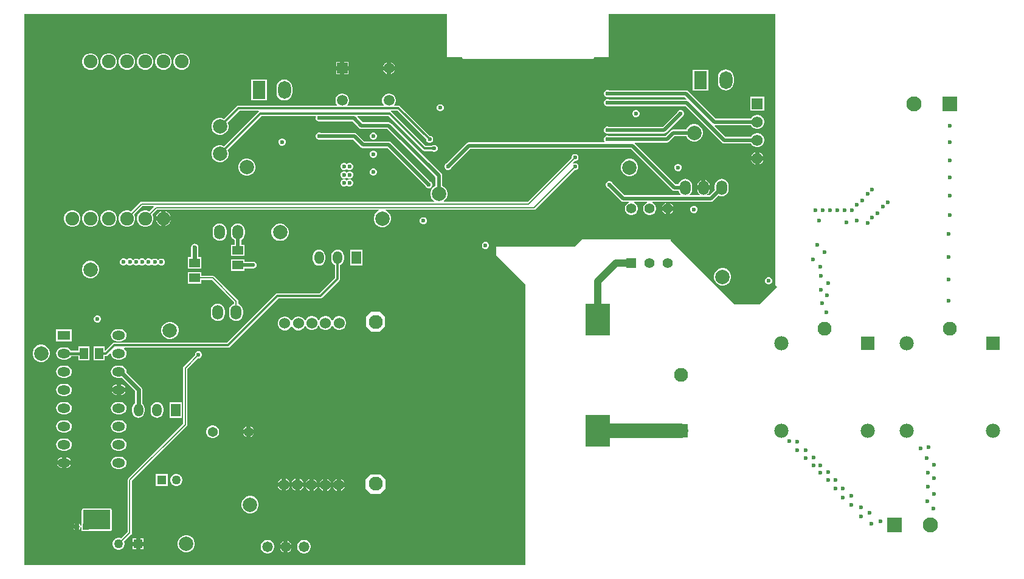
<source format=gbl>
G04*
G04 #@! TF.GenerationSoftware,Altium Limited,Altium Designer,24.5.2 (23)*
G04*
G04 Layer_Physical_Order=4*
G04 Layer_Color=16711680*
%FSLAX25Y25*%
%MOIN*%
G70*
G04*
G04 #@! TF.SameCoordinates,6455B1CA-3022-4927-84EB-C38AD889BDF6*
G04*
G04*
G04 #@! TF.FilePolarity,Positive*
G04*
G01*
G75*
%ADD13C,0.00787*%
%ADD16C,0.01181*%
%ADD21C,0.01968*%
%ADD30R,0.04528X0.05906*%
%ADD36R,0.05906X0.04528*%
%ADD46O,0.05200X0.07087*%
%ADD47R,0.05200X0.07087*%
%ADD52R,0.05900X0.05900*%
%ADD57R,0.06181X0.06181*%
%ADD58C,0.06181*%
%ADD66C,0.05800*%
%ADD67R,0.05000X0.05000*%
%ADD68C,0.05000*%
%ADD72C,0.05400*%
%ADD76C,0.07874*%
%ADD77C,0.03937*%
%ADD78C,0.02362*%
%ADD79C,0.01575*%
%ADD84R,0.15000X0.10500*%
%ADD85C,0.07480*%
%ADD86O,0.05906X0.07874*%
%ADD87C,0.08268*%
%ADD88R,0.08268X0.08268*%
%ADD89C,0.05900*%
%ADD90C,0.07874*%
%ADD91R,0.07087X0.09843*%
%ADD92O,0.07087X0.09843*%
%ADD93C,0.07677*%
%ADD94R,0.07677X0.07677*%
%ADD95R,0.07795X0.07795*%
%ADD96C,0.07618*%
%ADD97C,0.07795*%
%ADD98C,0.05512*%
%ADD99R,0.05512X0.05512*%
%ADD100O,0.07087X0.05100*%
%ADD101R,0.07087X0.05100*%
%ADD102R,0.03347X0.03347*%
%ADD103C,0.03347*%
%ADD104C,0.01968*%
%ADD105C,0.06000*%
%ADD106C,0.02362*%
%ADD140R,0.13400X0.17700*%
%ADD141O,0.05900X0.07874*%
G36*
X414500Y156500D02*
X415500Y155500D01*
X406000Y146000D01*
X392000D01*
X357000Y181000D01*
Y181500D01*
X308500D01*
X304500Y177500D01*
X261500D01*
Y173000D01*
X277500Y157000D01*
Y2780D01*
X2780D01*
X2780Y305220D01*
X234500D01*
Y281500D01*
X242647D01*
X242708Y281193D01*
X242882Y280932D01*
X243143Y280758D01*
X243450Y280697D01*
X314350D01*
X314657Y280758D01*
X314918Y280932D01*
X315092Y281193D01*
X315153Y281500D01*
X323000D01*
Y305220D01*
X414500D01*
Y156500D01*
D02*
G37*
%LPC*%
G36*
X203776Y278651D02*
Y276685D01*
X205741D01*
X205712Y276793D01*
X205271Y277557D01*
X204647Y278181D01*
X203884Y278622D01*
X203776Y278651D01*
D02*
G37*
G36*
X201406D02*
X201297Y278622D01*
X200534Y278181D01*
X199910Y277557D01*
X199469Y276793D01*
X199440Y276685D01*
X201406D01*
Y278651D01*
D02*
G37*
G36*
X180350Y278850D02*
X178185D01*
Y276685D01*
X180350D01*
Y278850D01*
D02*
G37*
G36*
X175815D02*
X173650D01*
Y276685D01*
X175815D01*
Y278850D01*
D02*
G37*
G36*
X89596Y283630D02*
X88404D01*
X87252Y283321D01*
X86220Y282725D01*
X85377Y281882D01*
X84781Y280850D01*
X84472Y279698D01*
Y278506D01*
X84781Y277355D01*
X85377Y276322D01*
X86220Y275479D01*
X87252Y274883D01*
X88404Y274575D01*
X89596D01*
X90748Y274883D01*
X91780Y275479D01*
X92623Y276322D01*
X93219Y277355D01*
X93528Y278506D01*
Y279698D01*
X93219Y280850D01*
X92623Y281882D01*
X91780Y282725D01*
X90748Y283321D01*
X89596Y283630D01*
D02*
G37*
G36*
X79596D02*
X78404D01*
X77252Y283321D01*
X76220Y282725D01*
X75377Y281882D01*
X74781Y280850D01*
X74472Y279698D01*
Y278506D01*
X74781Y277355D01*
X75377Y276322D01*
X76220Y275479D01*
X77252Y274883D01*
X78404Y274575D01*
X79596D01*
X80748Y274883D01*
X81780Y275479D01*
X82623Y276322D01*
X83219Y277355D01*
X83527Y278506D01*
Y279698D01*
X83219Y280850D01*
X82623Y281882D01*
X81780Y282725D01*
X80748Y283321D01*
X79596Y283630D01*
D02*
G37*
G36*
X69596D02*
X68404D01*
X67252Y283321D01*
X66220Y282725D01*
X65377Y281882D01*
X64781Y280850D01*
X64472Y279698D01*
Y278506D01*
X64781Y277355D01*
X65377Y276322D01*
X66220Y275479D01*
X67252Y274883D01*
X68404Y274575D01*
X69596D01*
X70748Y274883D01*
X71780Y275479D01*
X72623Y276322D01*
X73219Y277355D01*
X73527Y278506D01*
Y279698D01*
X73219Y280850D01*
X72623Y281882D01*
X71780Y282725D01*
X70748Y283321D01*
X69596Y283630D01*
D02*
G37*
G36*
X59596D02*
X58404D01*
X57252Y283321D01*
X56220Y282725D01*
X55377Y281882D01*
X54781Y280850D01*
X54472Y279698D01*
Y278506D01*
X54781Y277355D01*
X55377Y276322D01*
X56220Y275479D01*
X57252Y274883D01*
X58404Y274575D01*
X59596D01*
X60748Y274883D01*
X61780Y275479D01*
X62623Y276322D01*
X63219Y277355D01*
X63528Y278506D01*
Y279698D01*
X63219Y280850D01*
X62623Y281882D01*
X61780Y282725D01*
X60748Y283321D01*
X59596Y283630D01*
D02*
G37*
G36*
X49596D02*
X48404D01*
X47252Y283321D01*
X46220Y282725D01*
X45377Y281882D01*
X44781Y280850D01*
X44472Y279698D01*
Y278506D01*
X44781Y277355D01*
X45377Y276322D01*
X46220Y275479D01*
X47252Y274883D01*
X48404Y274575D01*
X49596D01*
X50748Y274883D01*
X51780Y275479D01*
X52623Y276322D01*
X53219Y277355D01*
X53527Y278506D01*
Y279698D01*
X53219Y280850D01*
X52623Y281882D01*
X51780Y282725D01*
X50748Y283321D01*
X49596Y283630D01*
D02*
G37*
G36*
X39596D02*
X38404D01*
X37252Y283321D01*
X36220Y282725D01*
X35377Y281882D01*
X34781Y280850D01*
X34472Y279698D01*
Y278506D01*
X34781Y277355D01*
X35377Y276322D01*
X36220Y275479D01*
X37252Y274883D01*
X38404Y274575D01*
X39596D01*
X40748Y274883D01*
X41780Y275479D01*
X42623Y276322D01*
X43219Y277355D01*
X43527Y278506D01*
Y279698D01*
X43219Y280850D01*
X42623Y281882D01*
X41780Y282725D01*
X40748Y283321D01*
X39596Y283630D01*
D02*
G37*
G36*
X205741Y274315D02*
X203776D01*
Y272349D01*
X203884Y272378D01*
X204647Y272819D01*
X205271Y273443D01*
X205712Y274207D01*
X205741Y274315D01*
D02*
G37*
G36*
X201406D02*
X199440D01*
X199469Y274207D01*
X199910Y273443D01*
X200534Y272819D01*
X201297Y272378D01*
X201406Y272349D01*
Y274315D01*
D02*
G37*
G36*
X180350D02*
X178185D01*
Y272150D01*
X180350D01*
Y274315D01*
D02*
G37*
G36*
X175815D02*
X173650D01*
Y272150D01*
X175815D01*
Y274315D01*
D02*
G37*
G36*
X377831Y274709D02*
X369169D01*
Y263291D01*
X377831D01*
Y274709D01*
D02*
G37*
G36*
X387280Y274746D02*
X386149Y274597D01*
X385096Y274161D01*
X384191Y273467D01*
X383497Y272562D01*
X383060Y271509D01*
X382911Y270378D01*
Y267622D01*
X383060Y266492D01*
X383497Y265438D01*
X384191Y264533D01*
X385096Y263839D01*
X386149Y263403D01*
X387280Y263254D01*
X388410Y263403D01*
X389463Y263839D01*
X390368Y264533D01*
X391062Y265438D01*
X391499Y266492D01*
X391648Y267622D01*
Y270378D01*
X391499Y271509D01*
X391062Y272562D01*
X390368Y273467D01*
X389463Y274161D01*
X388410Y274597D01*
X387280Y274746D01*
D02*
G37*
G36*
X322892Y263469D02*
X322108D01*
X321385Y263169D01*
X320831Y262615D01*
X320532Y261892D01*
Y261108D01*
X320831Y260385D01*
X321385Y259831D01*
X322108Y259531D01*
X322892D01*
X323283Y259694D01*
X364752D01*
X365739Y258706D01*
X365573Y258306D01*
X323283D01*
X322892Y258469D01*
X322108D01*
X321385Y258169D01*
X320831Y257615D01*
X320532Y256892D01*
Y256108D01*
X320831Y255385D01*
X321385Y254831D01*
X322108Y254532D01*
X322892D01*
X323283Y254694D01*
X365114D01*
X385085Y234723D01*
X385671Y234331D01*
X386362Y234194D01*
X401065D01*
X401397Y233619D01*
X402119Y232897D01*
X403003Y232386D01*
X403989Y232122D01*
X405011D01*
X405997Y232386D01*
X406881Y232897D01*
X407603Y233619D01*
X408114Y234503D01*
X408378Y235490D01*
Y236510D01*
X408114Y237497D01*
X407603Y238381D01*
X406881Y239103D01*
X405997Y239614D01*
X405011Y239878D01*
X403989D01*
X403003Y239614D01*
X402119Y239103D01*
X401397Y238381D01*
X401065Y237806D01*
X387110D01*
X381123Y243794D01*
X381289Y244194D01*
X401065D01*
X401397Y243619D01*
X402119Y242897D01*
X403003Y242386D01*
X403989Y242122D01*
X405011D01*
X405997Y242386D01*
X406881Y242897D01*
X407603Y243619D01*
X408114Y244503D01*
X408378Y245490D01*
Y246511D01*
X408114Y247497D01*
X407603Y248381D01*
X406881Y249103D01*
X405997Y249614D01*
X405011Y249878D01*
X403989D01*
X403003Y249614D01*
X402119Y249103D01*
X401397Y248381D01*
X401065Y247806D01*
X381748D01*
X366777Y262777D01*
X366191Y263169D01*
X365500Y263306D01*
X323283D01*
X322892Y263469D01*
D02*
G37*
G36*
X135831Y269209D02*
X127169D01*
Y257791D01*
X135831D01*
Y269209D01*
D02*
G37*
G36*
X145280Y269246D02*
X144149Y269097D01*
X143096Y268661D01*
X142191Y267967D01*
X141497Y267062D01*
X141060Y266008D01*
X140911Y264878D01*
Y262122D01*
X141060Y260992D01*
X141497Y259938D01*
X142191Y259033D01*
X143096Y258339D01*
X144149Y257903D01*
X145280Y257754D01*
X146410Y257903D01*
X147464Y258339D01*
X148368Y259033D01*
X149062Y259938D01*
X149499Y260992D01*
X149648Y262122D01*
Y264878D01*
X149499Y266008D01*
X149062Y267062D01*
X148368Y267967D01*
X147464Y268661D01*
X146410Y269097D01*
X145280Y269246D01*
D02*
G37*
G36*
X203083Y261521D02*
X202098D01*
X201148Y261266D01*
X200296Y260774D01*
X199600Y260078D01*
X199108Y259226D01*
X198853Y258276D01*
Y257291D01*
X199108Y256341D01*
X199600Y255489D01*
X199814Y255275D01*
X199661Y254905D01*
X179930D01*
X179777Y255275D01*
X179991Y255489D01*
X180483Y256341D01*
X180737Y257291D01*
Y258276D01*
X180483Y259226D01*
X179991Y260078D01*
X179295Y260774D01*
X178443Y261266D01*
X177492Y261521D01*
X176508D01*
X175557Y261266D01*
X174705Y260774D01*
X174009Y260078D01*
X173517Y259226D01*
X173263Y258276D01*
Y257291D01*
X173517Y256341D01*
X174009Y255489D01*
X174223Y255275D01*
X174070Y254905D01*
X120000D01*
X119462Y254798D01*
X119007Y254493D01*
X112199Y247686D01*
X111824Y247902D01*
X110622Y248224D01*
X109378D01*
X108176Y247902D01*
X107099Y247281D01*
X106219Y246401D01*
X105597Y245324D01*
X105276Y244122D01*
Y242878D01*
X105597Y241676D01*
X106219Y240599D01*
X107099Y239720D01*
X108176Y239098D01*
X109378Y238776D01*
X110622D01*
X111824Y239098D01*
X112901Y239720D01*
X113780Y240599D01*
X114402Y241676D01*
X114724Y242878D01*
Y244122D01*
X114402Y245324D01*
X114186Y245699D01*
X120582Y252095D01*
X131156D01*
X131277Y251695D01*
X131069Y251556D01*
X112199Y232686D01*
X111824Y232902D01*
X110622Y233224D01*
X109378D01*
X108176Y232902D01*
X107099Y232280D01*
X106219Y231401D01*
X105597Y230324D01*
X105276Y229122D01*
Y227878D01*
X105597Y226676D01*
X106219Y225599D01*
X107099Y224720D01*
X108176Y224098D01*
X109378Y223776D01*
X110622D01*
X111824Y224098D01*
X112901Y224720D01*
X113780Y225599D01*
X114402Y226676D01*
X114724Y227878D01*
Y229122D01*
X114402Y230324D01*
X114186Y230699D01*
X132644Y249157D01*
X162421D01*
X162643Y248825D01*
X162531Y248556D01*
Y247772D01*
X162831Y247049D01*
X163385Y246495D01*
X164108Y246196D01*
X164892D01*
X165283Y246358D01*
X182588D01*
X186223Y242723D01*
X186809Y242331D01*
X187500Y242194D01*
X201704D01*
X228194Y215704D01*
Y210907D01*
X228176Y210902D01*
X227099Y210280D01*
X226220Y209401D01*
X225598Y208324D01*
X225276Y207122D01*
Y205878D01*
X225598Y204676D01*
X226220Y203599D01*
X227099Y202719D01*
X227322Y202591D01*
X227219Y202204D01*
X67000D01*
X67000Y202204D01*
X66539Y202113D01*
X66149Y201852D01*
X61235Y196938D01*
X60748Y197219D01*
X59596Y197528D01*
X58404D01*
X57252Y197219D01*
X56220Y196623D01*
X55377Y195780D01*
X54781Y194748D01*
X54472Y193596D01*
Y192404D01*
X54781Y191252D01*
X55377Y190220D01*
X56220Y189377D01*
X57252Y188781D01*
X58404Y188472D01*
X59596D01*
X60748Y188781D01*
X61780Y189377D01*
X62623Y190220D01*
X63219Y191252D01*
X63528Y192404D01*
Y193596D01*
X63219Y194748D01*
X62938Y195235D01*
X67499Y199796D01*
X73570D01*
X73723Y199426D01*
X71235Y196938D01*
X70748Y197219D01*
X69596Y197528D01*
X68404D01*
X67252Y197219D01*
X66220Y196623D01*
X65377Y195780D01*
X64781Y194748D01*
X64472Y193596D01*
Y192404D01*
X64781Y191252D01*
X65377Y190220D01*
X66220Y189377D01*
X67252Y188781D01*
X68404Y188472D01*
X69596D01*
X70748Y188781D01*
X71780Y189377D01*
X72623Y190220D01*
X73219Y191252D01*
X73527Y192404D01*
Y193596D01*
X73219Y194748D01*
X72938Y195235D01*
X75499Y197796D01*
X197099D01*
X197176Y197402D01*
X196099Y196781D01*
X195220Y195901D01*
X194597Y194824D01*
X194276Y193622D01*
Y192378D01*
X194597Y191176D01*
X195220Y190099D01*
X196099Y189219D01*
X197176Y188598D01*
X198378Y188276D01*
X199622D01*
X200824Y188598D01*
X201901Y189219D01*
X202781Y190099D01*
X203402Y191176D01*
X203724Y192378D01*
Y193622D01*
X203402Y194824D01*
X202781Y195901D01*
X201901Y196781D01*
X200824Y197402D01*
X200901Y197796D01*
X282180D01*
X282180Y197796D01*
X282641Y197887D01*
X283032Y198149D01*
X304325Y219442D01*
X304982D01*
X305705Y219741D01*
X306259Y220295D01*
X306558Y221018D01*
Y221802D01*
X306259Y222525D01*
X305705Y223079D01*
X304982Y223378D01*
X304198D01*
X303565Y223116D01*
X303338Y223455D01*
X304325Y224442D01*
X304982D01*
X305705Y224741D01*
X306259Y225295D01*
X306558Y226018D01*
Y226802D01*
X306259Y227525D01*
X305705Y228079D01*
X304982Y228379D01*
X304198D01*
X303475Y228079D01*
X302921Y227525D01*
X302622Y226802D01*
Y226145D01*
X278681Y202204D01*
X232781D01*
X232678Y202591D01*
X232901Y202719D01*
X233781Y203599D01*
X234402Y204676D01*
X234724Y205878D01*
Y207122D01*
X234402Y208324D01*
X233781Y209401D01*
X232901Y210280D01*
X231823Y210902D01*
X231806Y210907D01*
Y216452D01*
X231669Y217144D01*
X231277Y217730D01*
X203873Y245134D01*
X203777Y245277D01*
X203191Y245669D01*
X202500Y245806D01*
X188248D01*
X185267Y248788D01*
X185420Y249157D01*
X202356D01*
X221096Y230417D01*
X221552Y230112D01*
X222090Y230005D01*
X226031D01*
X226295Y229741D01*
X227018Y229441D01*
X227801D01*
X228525Y229741D01*
X229079Y230295D01*
X229379Y231018D01*
Y231802D01*
X229079Y232525D01*
X228525Y233079D01*
X227801Y233379D01*
X227018D01*
X226295Y233079D01*
X226031Y232815D01*
X222672D01*
X203931Y251556D01*
X203723Y251695D01*
X203844Y252095D01*
X207238D01*
X222941Y236392D01*
Y236018D01*
X223241Y235295D01*
X223795Y234741D01*
X224518Y234441D01*
X225302D01*
X226025Y234741D01*
X226579Y235295D01*
X226878Y236018D01*
Y236802D01*
X226579Y237525D01*
X226025Y238079D01*
X225302Y238379D01*
X224928D01*
X208813Y254493D01*
X208358Y254798D01*
X207820Y254905D01*
X205520D01*
X205367Y255275D01*
X205581Y255489D01*
X206073Y256341D01*
X206328Y257291D01*
Y258276D01*
X206073Y259226D01*
X205581Y260078D01*
X204885Y260774D01*
X204033Y261266D01*
X203083Y261521D01*
D02*
G37*
G36*
X408378Y259878D02*
X400622D01*
Y252122D01*
X408378D01*
Y259878D01*
D02*
G37*
G36*
X231132Y255709D02*
X230349D01*
X229625Y255409D01*
X229071Y254855D01*
X228772Y254132D01*
Y253349D01*
X229071Y252625D01*
X229625Y252071D01*
X230349Y251772D01*
X231132D01*
X231855Y252071D01*
X232409Y252625D01*
X232709Y253349D01*
Y254132D01*
X232409Y254855D01*
X231855Y255409D01*
X231132Y255709D01*
D02*
G37*
G36*
X338391Y252468D02*
X337608D01*
X336885Y252168D01*
X336331Y251615D01*
X336031Y250891D01*
Y250108D01*
X336331Y249385D01*
X336885Y248831D01*
X337608Y248531D01*
X338391D01*
X339115Y248831D01*
X339668Y249385D01*
X339968Y250108D01*
Y250891D01*
X339668Y251615D01*
X339115Y252168D01*
X338391Y252468D01*
D02*
G37*
G36*
X362891D02*
X362108D01*
X361385Y252168D01*
X360831Y251615D01*
X360669Y251223D01*
X352684Y243239D01*
X323216D01*
X322824Y243401D01*
X322041D01*
X321317Y243101D01*
X320764Y242548D01*
X320464Y241824D01*
Y241041D01*
X320764Y240317D01*
X321317Y239764D01*
X322041Y239464D01*
X322824D01*
X323216Y239626D01*
X353432D01*
X354124Y239764D01*
X354710Y240155D01*
X363223Y248669D01*
X363615Y248831D01*
X364169Y249385D01*
X364468Y250108D01*
Y250891D01*
X364169Y251615D01*
X363615Y252168D01*
X362891Y252468D01*
D02*
G37*
G36*
X370622Y244725D02*
X369378D01*
X368177Y244403D01*
X367099Y243781D01*
X366220Y242901D01*
X365598Y241824D01*
X365593Y241807D01*
X358500D01*
X357809Y241669D01*
X357223Y241278D01*
X354184Y238239D01*
X323216D01*
X322824Y238401D01*
X322041D01*
X321317Y238101D01*
X320764Y237548D01*
X320464Y236824D01*
Y236041D01*
X320764Y235317D01*
X320905Y235176D01*
X320752Y234806D01*
X246500D01*
X245809Y234669D01*
X245223Y234277D01*
X234276Y223331D01*
X233885Y223169D01*
X233331Y222615D01*
X233032Y221892D01*
Y221108D01*
X233331Y220385D01*
X233885Y219831D01*
X234608Y219531D01*
X235392D01*
X236115Y219831D01*
X236669Y220385D01*
X236831Y220776D01*
X247248Y231194D01*
X335252D01*
X357723Y208723D01*
X358309Y208331D01*
X359000Y208194D01*
X361338D01*
X361359Y208037D01*
X361735Y207128D01*
X362334Y206347D01*
X362546Y206185D01*
X362417Y205806D01*
X331748D01*
X325331Y212224D01*
X325169Y212615D01*
X324615Y213169D01*
X323892Y213469D01*
X323108D01*
X322385Y213169D01*
X321831Y212615D01*
X321532Y211892D01*
Y211108D01*
X321831Y210385D01*
X322385Y209831D01*
X322776Y209669D01*
X329723Y202723D01*
X330309Y202331D01*
X331000Y202194D01*
X334049D01*
X334132Y201802D01*
X333324Y201335D01*
X332665Y200676D01*
X332198Y199868D01*
X331957Y198967D01*
Y198033D01*
X332198Y197132D01*
X332665Y196324D01*
X333324Y195665D01*
X334132Y195198D01*
X335033Y194957D01*
X335966D01*
X336868Y195198D01*
X337676Y195665D01*
X338335Y196324D01*
X338802Y197132D01*
X339043Y198033D01*
Y198967D01*
X338802Y199868D01*
X338335Y200676D01*
X337676Y201335D01*
X336868Y201802D01*
X336951Y202194D01*
X344049D01*
X344132Y201802D01*
X343324Y201335D01*
X342665Y200676D01*
X342198Y199868D01*
X341957Y198967D01*
Y198033D01*
X342198Y197132D01*
X342665Y196324D01*
X343324Y195665D01*
X344132Y195198D01*
X345034Y194957D01*
X345967D01*
X346868Y195198D01*
X347676Y195665D01*
X348335Y196324D01*
X348802Y197132D01*
X349043Y198033D01*
Y198967D01*
X348802Y199868D01*
X348335Y200676D01*
X347676Y201335D01*
X346868Y201802D01*
X346951Y202194D01*
X379000D01*
X379691Y202331D01*
X380277Y202723D01*
X383248Y205693D01*
X384024Y205372D01*
X385000Y205243D01*
X385976Y205372D01*
X386885Y205748D01*
X387666Y206347D01*
X388265Y207128D01*
X388641Y208037D01*
X388770Y209013D01*
Y210987D01*
X388641Y211963D01*
X388265Y212872D01*
X387666Y213653D01*
X386885Y214252D01*
X385976Y214628D01*
X385000Y214757D01*
X384024Y214628D01*
X383115Y214252D01*
X382334Y213653D01*
X381735Y212872D01*
X381359Y211963D01*
X381230Y210987D01*
Y209013D01*
X381257Y208811D01*
X378252Y205806D01*
X376981D01*
X376845Y206206D01*
X377389Y206624D01*
X377926Y207324D01*
X378264Y208138D01*
X378353Y208815D01*
X375000D01*
X371647D01*
X371736Y208138D01*
X372074Y207324D01*
X372611Y206624D01*
X373155Y206206D01*
X373019Y205806D01*
X367583D01*
X367454Y206185D01*
X367666Y206347D01*
X368265Y207128D01*
X368641Y208037D01*
X368770Y209013D01*
Y210987D01*
X368641Y211963D01*
X368265Y212872D01*
X367666Y213653D01*
X366885Y214252D01*
X365976Y214628D01*
X365000Y214757D01*
X364024Y214628D01*
X363115Y214252D01*
X362334Y213653D01*
X361735Y212872D01*
X361359Y211963D01*
X361338Y211806D01*
X359748D01*
X337328Y234226D01*
X337401Y234626D01*
X354932D01*
X355624Y234764D01*
X356210Y235155D01*
X359248Y238194D01*
X365593D01*
X365598Y238177D01*
X366220Y237100D01*
X367099Y236220D01*
X368177Y235598D01*
X369378Y235276D01*
X370622D01*
X371824Y235598D01*
X372901Y236220D01*
X373781Y237100D01*
X374403Y238177D01*
X374725Y239378D01*
Y240622D01*
X374403Y241824D01*
X373781Y242901D01*
X372901Y243781D01*
X371824Y244403D01*
X370622Y244725D01*
D02*
G37*
G36*
X194514Y240133D02*
X193731D01*
X193008Y239833D01*
X192454Y239280D01*
X192154Y238556D01*
Y237773D01*
X192454Y237050D01*
X193008Y236496D01*
X193731Y236196D01*
X194514D01*
X195238Y236496D01*
X195791Y237050D01*
X196091Y237773D01*
Y238556D01*
X195791Y239280D01*
X195238Y239833D01*
X194514Y240133D01*
D02*
G37*
G36*
X144392Y236968D02*
X143608D01*
X142885Y236669D01*
X142331Y236115D01*
X142032Y235392D01*
Y234608D01*
X142331Y233885D01*
X142885Y233331D01*
X143608Y233032D01*
X144392D01*
X145115Y233331D01*
X145669Y233885D01*
X145968Y234608D01*
Y235392D01*
X145669Y236115D01*
X145115Y236669D01*
X144392Y236968D01*
D02*
G37*
G36*
X405685Y229296D02*
Y227185D01*
X407796D01*
X407753Y227347D01*
X407293Y228143D01*
X406643Y228793D01*
X405847Y229253D01*
X405685Y229296D01*
D02*
G37*
G36*
X403315D02*
X403153Y229253D01*
X402357Y228793D01*
X401707Y228143D01*
X401247Y227347D01*
X401204Y227185D01*
X403315D01*
Y229296D01*
D02*
G37*
G36*
X194514Y230319D02*
X193731D01*
X193008Y230019D01*
X192454Y229465D01*
X192154Y228742D01*
Y227959D01*
X192454Y227235D01*
X193008Y226681D01*
X193731Y226382D01*
X194514D01*
X195238Y226681D01*
X195791Y227235D01*
X196091Y227959D01*
Y228742D01*
X195791Y229465D01*
X195238Y230019D01*
X194514Y230319D01*
D02*
G37*
G36*
X181392Y223468D02*
X180608D01*
X179885Y223169D01*
X179500Y222784D01*
X179115Y223169D01*
X178392Y223468D01*
X177608D01*
X176885Y223169D01*
X176331Y222615D01*
X176031Y221892D01*
Y221108D01*
X176331Y220385D01*
X176885Y219831D01*
X177608Y219531D01*
X178392D01*
X179115Y219831D01*
X179500Y220216D01*
X179885Y219831D01*
X180608Y219531D01*
X181392D01*
X182115Y219831D01*
X182669Y220385D01*
X182968Y221108D01*
Y221892D01*
X182669Y222615D01*
X182115Y223169D01*
X181392Y223468D01*
D02*
G37*
G36*
X407796Y224815D02*
X405685D01*
Y222704D01*
X405847Y222747D01*
X406643Y223207D01*
X407293Y223857D01*
X407753Y224653D01*
X407796Y224815D01*
D02*
G37*
G36*
X403315D02*
X401204D01*
X401247Y224653D01*
X401707Y223857D01*
X402357Y223207D01*
X403153Y222747D01*
X403315Y222704D01*
Y224815D01*
D02*
G37*
G36*
X361526Y222969D02*
X360743D01*
X360019Y222669D01*
X359466Y222115D01*
X359166Y221392D01*
Y220608D01*
X359466Y219885D01*
X360019Y219331D01*
X360743Y219032D01*
X361526D01*
X362250Y219331D01*
X362803Y219885D01*
X363103Y220608D01*
Y221392D01*
X362803Y222115D01*
X362250Y222669D01*
X361526Y222969D01*
D02*
G37*
G36*
X181392Y218969D02*
X180608D01*
X179885Y218669D01*
X179500Y218284D01*
X179115Y218669D01*
X178392Y218969D01*
X177608D01*
X176885Y218669D01*
X176331Y218115D01*
X176031Y217392D01*
Y216608D01*
X176331Y215885D01*
X176885Y215331D01*
X177608Y215032D01*
X178392D01*
X179115Y215331D01*
X179500Y215716D01*
X179885Y215331D01*
X180608Y215032D01*
X181392D01*
X182115Y215331D01*
X182669Y215885D01*
X182968Y216608D01*
Y217392D01*
X182669Y218115D01*
X182115Y218669D01*
X181392Y218969D01*
D02*
G37*
G36*
X194496Y220452D02*
X193713D01*
X192990Y220153D01*
X192436Y219599D01*
X192136Y218875D01*
Y218092D01*
X192436Y217369D01*
X192990Y216815D01*
X193713Y216515D01*
X194496D01*
X195220Y216815D01*
X195774Y217369D01*
X196073Y218092D01*
Y218875D01*
X195774Y219599D01*
X195220Y220153D01*
X194496Y220452D01*
D02*
G37*
G36*
X125315Y225917D02*
X124071D01*
X122869Y225595D01*
X121792Y224973D01*
X120912Y224094D01*
X120290Y223016D01*
X119968Y221815D01*
Y220571D01*
X120290Y219369D01*
X120912Y218292D01*
X121792Y217412D01*
X122869Y216790D01*
X124071Y216469D01*
X125315D01*
X126516Y216790D01*
X127594Y217412D01*
X128473Y218292D01*
X129095Y219369D01*
X129417Y220571D01*
Y221815D01*
X129095Y223016D01*
X128473Y224094D01*
X127594Y224973D01*
X126516Y225595D01*
X125315Y225917D01*
D02*
G37*
G36*
X335122Y225724D02*
X333878D01*
X332676Y225402D01*
X331599Y224781D01*
X330719Y223901D01*
X330098Y222824D01*
X329776Y221622D01*
Y220378D01*
X330098Y219176D01*
X330719Y218099D01*
X331599Y217219D01*
X332676Y216598D01*
X333878Y216276D01*
X335122D01*
X336323Y216598D01*
X337401Y217219D01*
X338281Y218099D01*
X338902Y219176D01*
X339224Y220378D01*
Y221622D01*
X338902Y222824D01*
X338281Y223901D01*
X337401Y224781D01*
X336323Y225402D01*
X335122Y225724D01*
D02*
G37*
G36*
X181392Y214469D02*
X180608D01*
X179885Y214169D01*
X179500Y213784D01*
X179115Y214169D01*
X178392Y214469D01*
X177608D01*
X176885Y214169D01*
X176331Y213615D01*
X176031Y212892D01*
Y212108D01*
X176331Y211385D01*
X176885Y210831D01*
X177608Y210531D01*
X178392D01*
X179115Y210831D01*
X179500Y211216D01*
X179885Y210831D01*
X180608Y210531D01*
X181392D01*
X182115Y210831D01*
X182669Y211385D01*
X182968Y212108D01*
Y212892D01*
X182669Y213615D01*
X182115Y214169D01*
X181392Y214469D01*
D02*
G37*
G36*
X376185Y214122D02*
Y211185D01*
X378353D01*
X378264Y211861D01*
X377926Y212677D01*
X377389Y213376D01*
X376689Y213913D01*
X376185Y214122D01*
D02*
G37*
G36*
X373815D02*
X373310Y213913D01*
X372611Y213376D01*
X372074Y212677D01*
X371736Y211861D01*
X371647Y211185D01*
X373815D01*
Y214122D01*
D02*
G37*
G36*
X164892Y240139D02*
X164108D01*
X163385Y239839D01*
X162831Y239285D01*
X162531Y238562D01*
Y237779D01*
X162831Y237055D01*
X163385Y236501D01*
X164108Y236202D01*
X164892D01*
X165283Y236364D01*
X179327D01*
X179355Y236358D01*
X182847D01*
X186982Y232223D01*
X187568Y231831D01*
X188260Y231694D01*
X201752D01*
X222669Y210776D01*
X222831Y210385D01*
X223385Y209831D01*
X224108Y209531D01*
X224892D01*
X225615Y209831D01*
X226169Y210385D01*
X226468Y211108D01*
Y211892D01*
X226169Y212615D01*
X225615Y213169D01*
X225224Y213331D01*
X203777Y234777D01*
X203191Y235169D01*
X202500Y235306D01*
X189008D01*
X184872Y239442D01*
X184286Y239833D01*
X183595Y239971D01*
X179377D01*
X179349Y239977D01*
X165283D01*
X164892Y240139D01*
D02*
G37*
G36*
X356685Y201450D02*
Y199685D01*
X358450D01*
X358441Y199718D01*
X358025Y200438D01*
X357438Y201025D01*
X356718Y201441D01*
X356685Y201450D01*
D02*
G37*
G36*
X354315D02*
X354282Y201441D01*
X353562Y201025D01*
X352975Y200438D01*
X352559Y199718D01*
X352550Y199685D01*
X354315D01*
Y201450D01*
D02*
G37*
G36*
X370257Y199969D02*
X369474D01*
X368751Y199669D01*
X368197Y199115D01*
X367897Y198392D01*
Y197609D01*
X368197Y196885D01*
X368751Y196332D01*
X369474Y196032D01*
X370257D01*
X370981Y196332D01*
X371535Y196885D01*
X371834Y197609D01*
Y198392D01*
X371535Y199115D01*
X370981Y199669D01*
X370257Y199969D01*
D02*
G37*
G36*
X358450Y197315D02*
X356685D01*
Y195550D01*
X356718Y195559D01*
X357438Y195975D01*
X358025Y196562D01*
X358441Y197282D01*
X358450Y197315D01*
D02*
G37*
G36*
X354315D02*
X352550D01*
X352559Y197282D01*
X352975Y196562D01*
X353562Y195975D01*
X354282Y195559D01*
X354315Y195550D01*
Y197315D01*
D02*
G37*
G36*
X80185Y196969D02*
Y194185D01*
X82969D01*
X82858Y194598D01*
X82313Y195542D01*
X81542Y196313D01*
X80598Y196858D01*
X80185Y196969D01*
D02*
G37*
G36*
X77815D02*
X77402Y196858D01*
X76458Y196313D01*
X75687Y195542D01*
X75142Y194598D01*
X75031Y194185D01*
X77815D01*
Y196969D01*
D02*
G37*
G36*
X221864Y193709D02*
X221081D01*
X220357Y193409D01*
X219803Y192855D01*
X219504Y192132D01*
Y191348D01*
X219803Y190625D01*
X220357Y190071D01*
X221081Y189771D01*
X221864D01*
X222587Y190071D01*
X223141Y190625D01*
X223441Y191348D01*
Y192132D01*
X223141Y192855D01*
X222587Y193409D01*
X221864Y193709D01*
D02*
G37*
G36*
X82969Y191815D02*
X80185D01*
Y189031D01*
X80598Y189142D01*
X81542Y189687D01*
X82313Y190458D01*
X82858Y191402D01*
X82969Y191815D01*
D02*
G37*
G36*
X77815D02*
X75031D01*
X75142Y191402D01*
X75687Y190458D01*
X76458Y189687D01*
X77402Y189142D01*
X77815Y189031D01*
Y191815D01*
D02*
G37*
G36*
X49596Y197528D02*
X48404D01*
X47252Y197219D01*
X46220Y196623D01*
X45377Y195780D01*
X44781Y194748D01*
X44472Y193596D01*
Y192404D01*
X44781Y191252D01*
X45377Y190220D01*
X46220Y189377D01*
X47252Y188781D01*
X48404Y188472D01*
X49596D01*
X50748Y188781D01*
X51780Y189377D01*
X52623Y190220D01*
X53219Y191252D01*
X53527Y192404D01*
Y193596D01*
X53219Y194748D01*
X52623Y195780D01*
X51780Y196623D01*
X50748Y197219D01*
X49596Y197528D01*
D02*
G37*
G36*
X39596D02*
X38404D01*
X37252Y197219D01*
X36220Y196623D01*
X35377Y195780D01*
X34781Y194748D01*
X34472Y193596D01*
Y192404D01*
X34781Y191252D01*
X35377Y190220D01*
X36220Y189377D01*
X37252Y188781D01*
X38404Y188472D01*
X39596D01*
X40748Y188781D01*
X41780Y189377D01*
X42623Y190220D01*
X43219Y191252D01*
X43527Y192404D01*
Y193596D01*
X43219Y194748D01*
X42623Y195780D01*
X41780Y196623D01*
X40748Y197219D01*
X39596Y197528D01*
D02*
G37*
G36*
X29596D02*
X28404D01*
X27252Y197219D01*
X26220Y196623D01*
X25377Y195780D01*
X24781Y194748D01*
X24472Y193596D01*
Y192404D01*
X24781Y191252D01*
X25377Y190220D01*
X26220Y189377D01*
X27252Y188781D01*
X28404Y188472D01*
X29596D01*
X30748Y188781D01*
X31780Y189377D01*
X32623Y190220D01*
X33219Y191252D01*
X33527Y192404D01*
Y193596D01*
X33219Y194748D01*
X32623Y195780D01*
X31780Y196623D01*
X30748Y197219D01*
X29596Y197528D01*
D02*
G37*
G36*
X109815Y190335D02*
X108839Y190207D01*
X107929Y189830D01*
X107147Y189231D01*
X106548Y188449D01*
X106171Y187539D01*
X106043Y186563D01*
Y184595D01*
X106171Y183618D01*
X106548Y182708D01*
X107147Y181927D01*
X107929Y181327D01*
X108839Y180951D01*
X109815Y180822D01*
X110791Y180951D01*
X111701Y181327D01*
X112482Y181927D01*
X113082Y182708D01*
X113459Y183618D01*
X113587Y184595D01*
Y186563D01*
X113459Y187539D01*
X113082Y188449D01*
X112482Y189231D01*
X111701Y189830D01*
X110791Y190207D01*
X109815Y190335D01*
D02*
G37*
G36*
X143575Y190170D02*
X142331D01*
X141129Y189848D01*
X140052Y189226D01*
X139172Y188346D01*
X138550Y187269D01*
X138228Y186067D01*
Y184823D01*
X138550Y183622D01*
X139172Y182545D01*
X140052Y181665D01*
X141129Y181043D01*
X142331Y180721D01*
X143575D01*
X144776Y181043D01*
X145853Y181665D01*
X146733Y182545D01*
X147355Y183622D01*
X147677Y184823D01*
Y186067D01*
X147355Y187269D01*
X146733Y188346D01*
X145853Y189226D01*
X144776Y189848D01*
X143575Y190170D01*
D02*
G37*
G36*
X255955Y180209D02*
X255171D01*
X254448Y179909D01*
X253894Y179355D01*
X253594Y178632D01*
Y177848D01*
X253894Y177125D01*
X254448Y176571D01*
X255171Y176271D01*
X255955D01*
X256678Y176571D01*
X257232Y177125D01*
X257531Y177848D01*
Y178632D01*
X257232Y179355D01*
X256678Y179909D01*
X255955Y180209D01*
D02*
G37*
G36*
X119815Y190335D02*
X118839Y190207D01*
X117929Y189830D01*
X117147Y189231D01*
X116548Y188449D01*
X116171Y187539D01*
X116042Y186563D01*
Y184595D01*
X116171Y183618D01*
X116548Y182708D01*
X117147Y181927D01*
X117929Y181327D01*
X118009Y181294D01*
Y178709D01*
X116075D01*
Y172606D01*
X123555D01*
Y178709D01*
X121621D01*
Y181294D01*
X121701Y181327D01*
X122482Y181927D01*
X123082Y182708D01*
X123459Y183618D01*
X123587Y184595D01*
Y186563D01*
X123459Y187539D01*
X123082Y188449D01*
X122482Y189231D01*
X121701Y189830D01*
X120791Y190207D01*
X119815Y190335D01*
D02*
G37*
G36*
X71189Y171075D02*
X70406D01*
X69682Y170775D01*
X69309Y170401D01*
X69047Y170264D01*
X68786Y170401D01*
X68412Y170775D01*
X67689Y171075D01*
X66906D01*
X66182Y170775D01*
X65689Y170281D01*
X65234Y170736D01*
X64511Y171035D01*
X63728D01*
X63004Y170736D01*
X62635Y170367D01*
X62343Y170241D01*
X62113Y170367D01*
X61717Y170763D01*
X60993Y171063D01*
X60210D01*
X59486Y170763D01*
X59113Y170389D01*
X58851Y170252D01*
X58590Y170389D01*
X58217Y170763D01*
X57493Y171063D01*
X56710D01*
X55986Y170763D01*
X55433Y170209D01*
X55133Y169486D01*
Y168703D01*
X55433Y167979D01*
X55986Y167425D01*
X56710Y167126D01*
X57493D01*
X58217Y167425D01*
X58590Y167799D01*
X58851Y167936D01*
X59113Y167799D01*
X59486Y167425D01*
X60210Y167126D01*
X60993D01*
X61717Y167425D01*
X62085Y167794D01*
X62378Y167920D01*
X62608Y167794D01*
X63004Y167398D01*
X63728Y167098D01*
X64511D01*
X65234Y167398D01*
X65728Y167892D01*
X66182Y167437D01*
X66906Y167138D01*
X67689D01*
X68412Y167437D01*
X68786Y167811D01*
X69047Y167948D01*
X69309Y167811D01*
X69682Y167437D01*
X70406Y167138D01*
X71189D01*
X71912Y167437D01*
X72281Y167806D01*
X72573Y167932D01*
X72804Y167806D01*
X73200Y167410D01*
X73923Y167110D01*
X74707D01*
X75430Y167410D01*
X75804Y167783D01*
X76065Y167921D01*
X76326Y167783D01*
X76700Y167410D01*
X77423Y167110D01*
X78206D01*
X78930Y167410D01*
X79484Y167964D01*
X79783Y168687D01*
Y169470D01*
X79484Y170194D01*
X78930Y170748D01*
X78206Y171047D01*
X77423D01*
X76700Y170748D01*
X76326Y170374D01*
X76065Y170237D01*
X75804Y170374D01*
X75430Y170748D01*
X74707Y171047D01*
X73923D01*
X73200Y170748D01*
X72831Y170379D01*
X72539Y170253D01*
X72308Y170379D01*
X71912Y170775D01*
X71189Y171075D01*
D02*
G37*
G36*
X188124Y175831D02*
X181349D01*
Y167169D01*
X188124D01*
Y175831D01*
D02*
G37*
G36*
X164264Y175860D02*
X163380Y175743D01*
X162555Y175402D01*
X161848Y174859D01*
X161305Y174152D01*
X160964Y173328D01*
X160847Y172443D01*
Y170557D01*
X160964Y169672D01*
X161305Y168848D01*
X161848Y168141D01*
X162555Y167598D01*
X163380Y167256D01*
X164264Y167140D01*
X165148Y167256D01*
X165972Y167598D01*
X166680Y168141D01*
X167223Y168848D01*
X167564Y169672D01*
X167680Y170557D01*
Y172443D01*
X167564Y173328D01*
X167223Y174152D01*
X166680Y174859D01*
X165972Y175402D01*
X165148Y175743D01*
X164264Y175860D01*
D02*
G37*
G36*
X96166Y179145D02*
X95972Y179106D01*
X95774D01*
X95591Y179031D01*
X95398Y178992D01*
X95233Y178882D01*
X95051Y178807D01*
X94911Y178667D01*
X94746Y178557D01*
X94637Y178393D01*
X94497Y178253D01*
X94421Y178070D01*
X94311Y177906D01*
X94273Y177712D01*
X94197Y177529D01*
Y177332D01*
X94159Y177138D01*
Y171747D01*
X92426D01*
Y165645D01*
X99906D01*
Y171747D01*
X98173D01*
Y177138D01*
X98134Y177332D01*
Y177529D01*
X98058Y177712D01*
X98020Y177906D01*
X97910Y178070D01*
X97834Y178253D01*
X97695Y178393D01*
X97585Y178557D01*
X97421Y178667D01*
X97281Y178807D01*
X97098Y178882D01*
X96934Y178992D01*
X96740Y179031D01*
X96557Y179106D01*
X96360D01*
X96166Y179145D01*
D02*
G37*
G36*
X123555Y170441D02*
X116075D01*
Y164339D01*
X123555D01*
Y165583D01*
X127300D01*
X127691Y165421D01*
X128474D01*
X129198Y165721D01*
X129752Y166275D01*
X130051Y166998D01*
Y167781D01*
X129752Y168505D01*
X129198Y169059D01*
X128474Y169358D01*
X127691D01*
X127300Y169196D01*
X123555D01*
Y170441D01*
D02*
G37*
G36*
X39622Y169724D02*
X38378D01*
X37176Y169402D01*
X36099Y168781D01*
X35219Y167901D01*
X34598Y166824D01*
X34276Y165622D01*
Y164378D01*
X34598Y163176D01*
X35219Y162099D01*
X36099Y161220D01*
X37176Y160598D01*
X38378Y160276D01*
X39622D01*
X40824Y160598D01*
X41901Y161220D01*
X42781Y162099D01*
X43402Y163176D01*
X43724Y164378D01*
Y165622D01*
X43402Y166824D01*
X42781Y167901D01*
X41901Y168781D01*
X40824Y169402D01*
X39622Y169724D01*
D02*
G37*
G36*
X411132Y160728D02*
X410349D01*
X409625Y160429D01*
X409071Y159875D01*
X408772Y159151D01*
Y158368D01*
X409071Y157645D01*
X409625Y157091D01*
X410349Y156791D01*
X411132D01*
X411855Y157091D01*
X412409Y157645D01*
X412709Y158368D01*
Y159151D01*
X412409Y159875D01*
X411855Y160429D01*
X411132Y160728D01*
D02*
G37*
G36*
X386122Y165724D02*
X384878D01*
X383676Y165402D01*
X382599Y164780D01*
X381719Y163901D01*
X381098Y162824D01*
X380776Y161622D01*
Y160378D01*
X381098Y159176D01*
X381719Y158099D01*
X382599Y157220D01*
X383676Y156598D01*
X384878Y156276D01*
X386122D01*
X387323Y156598D01*
X388401Y157220D01*
X389281Y158099D01*
X389902Y159176D01*
X390224Y160378D01*
Y161622D01*
X389902Y162824D01*
X389281Y163901D01*
X388401Y164780D01*
X387323Y165402D01*
X386122Y165724D01*
D02*
G37*
G36*
X175853Y139496D02*
X174856D01*
X173892Y139238D01*
X173029Y138739D01*
X172324Y138034D01*
X171825Y137171D01*
X171804Y137093D01*
X171404D01*
X171384Y137171D01*
X170885Y138034D01*
X170180Y138739D01*
X169316Y139238D01*
X168353Y139496D01*
X167356D01*
X166392Y139238D01*
X165529Y138739D01*
X164824Y138034D01*
X164325Y137171D01*
X164304Y137093D01*
X163904D01*
X163884Y137171D01*
X163385Y138034D01*
X162680Y138739D01*
X161816Y139238D01*
X160853Y139496D01*
X159856D01*
X158892Y139238D01*
X158029Y138739D01*
X157324Y138034D01*
X156848Y137210D01*
X156686Y137170D01*
X156410Y137168D01*
X156031Y137826D01*
X155325Y138531D01*
X154462Y139029D01*
X153499Y139287D01*
X152501D01*
X151538Y139029D01*
X150674Y138531D01*
X149969Y137826D01*
X149471Y136962D01*
X149450Y136885D01*
X149050D01*
X149029Y136962D01*
X148531Y137826D01*
X147826Y138531D01*
X146962Y139029D01*
X145999Y139287D01*
X145001D01*
X144038Y139029D01*
X143175Y138531D01*
X142469Y137826D01*
X141971Y136962D01*
X141713Y135999D01*
Y135001D01*
X141971Y134038D01*
X142469Y133175D01*
X143175Y132469D01*
X144038Y131971D01*
X145001Y131713D01*
X145999D01*
X146962Y131971D01*
X147826Y132469D01*
X148531Y133175D01*
X149029Y134038D01*
X149050Y134115D01*
X149450D01*
X149471Y134038D01*
X149969Y133175D01*
X150674Y132469D01*
X151538Y131971D01*
X152501Y131713D01*
X153499D01*
X154462Y131971D01*
X155325Y132469D01*
X156031Y133175D01*
X156506Y133999D01*
X156668Y134039D01*
X156944Y134041D01*
X157324Y133383D01*
X158029Y132678D01*
X158892Y132179D01*
X159856Y131921D01*
X160853D01*
X161816Y132179D01*
X162680Y132678D01*
X163385Y133383D01*
X163884Y134247D01*
X163904Y134324D01*
X164304D01*
X164325Y134247D01*
X164824Y133383D01*
X165529Y132678D01*
X166392Y132179D01*
X167356Y131921D01*
X168353D01*
X169316Y132179D01*
X170180Y132678D01*
X170885Y133383D01*
X171384Y134247D01*
X171404Y134324D01*
X171804D01*
X171825Y134247D01*
X172324Y133383D01*
X173029Y132678D01*
X173892Y132179D01*
X174856Y131921D01*
X175853D01*
X176816Y132179D01*
X177680Y132678D01*
X178385Y133383D01*
X178884Y134247D01*
X179142Y135210D01*
Y136207D01*
X178884Y137171D01*
X178385Y138034D01*
X177680Y138739D01*
X176816Y139238D01*
X175853Y139496D01*
D02*
G37*
G36*
X99906Y163479D02*
X92426D01*
Y157377D01*
X99906D01*
Y159224D01*
X105467D01*
X117611Y147080D01*
Y146113D01*
X116929Y145830D01*
X116147Y145230D01*
X115548Y144449D01*
X115171Y143539D01*
X115042Y142563D01*
Y140594D01*
X115171Y139618D01*
X115548Y138708D01*
X116147Y137927D01*
X116929Y137328D01*
X117839Y136951D01*
X118815Y136822D01*
X119791Y136951D01*
X120701Y137328D01*
X121482Y137927D01*
X122082Y138708D01*
X122459Y139618D01*
X122587Y140594D01*
Y142563D01*
X122459Y143539D01*
X122082Y144449D01*
X121482Y145230D01*
X120701Y145830D01*
X120019Y146113D01*
Y147579D01*
X120019Y147579D01*
X119928Y148040D01*
X119667Y148430D01*
X119666Y148430D01*
X106817Y161280D01*
X106426Y161541D01*
X105965Y161632D01*
X105965Y161632D01*
X99906D01*
Y163479D01*
D02*
G37*
G36*
X108815Y146335D02*
X107839Y146207D01*
X106929Y145830D01*
X106147Y145230D01*
X105548Y144449D01*
X105171Y143539D01*
X105043Y142563D01*
Y140594D01*
X105171Y139618D01*
X105548Y138708D01*
X106147Y137927D01*
X106929Y137328D01*
X107839Y136951D01*
X108815Y136822D01*
X109791Y136951D01*
X110701Y137328D01*
X111482Y137927D01*
X112082Y138708D01*
X112459Y139618D01*
X112587Y140594D01*
Y142563D01*
X112459Y143539D01*
X112082Y144449D01*
X111482Y145230D01*
X110701Y145830D01*
X109791Y146207D01*
X108815Y146335D01*
D02*
G37*
G36*
X43194Y139885D02*
X42411D01*
X41688Y139586D01*
X41134Y139032D01*
X40835Y138309D01*
Y137525D01*
X41134Y136802D01*
X41688Y136248D01*
X42411Y135949D01*
X43194D01*
X43918Y136248D01*
X44472Y136802D01*
X44772Y137525D01*
Y138309D01*
X44472Y139032D01*
X43918Y139586D01*
X43194Y139885D01*
D02*
G37*
G36*
X197780Y142001D02*
X192780D01*
X190030Y139251D01*
Y133751D01*
X192780Y131001D01*
X197780D01*
X200530Y133751D01*
Y139251D01*
X197780Y142001D01*
D02*
G37*
G36*
X83147Y136303D02*
X81903D01*
X80701Y135981D01*
X79624Y135359D01*
X78744Y134480D01*
X78122Y133402D01*
X77800Y132201D01*
Y130957D01*
X78122Y129755D01*
X78744Y128678D01*
X79624Y127798D01*
X80701Y127176D01*
X81903Y126854D01*
X83147D01*
X84348Y127176D01*
X85426Y127798D01*
X86305Y128678D01*
X86927Y129755D01*
X87249Y130957D01*
Y132201D01*
X86927Y133402D01*
X86305Y134480D01*
X85426Y135359D01*
X84348Y135981D01*
X83147Y136303D01*
D02*
G37*
G36*
X28831Y132337D02*
X20169D01*
Y125663D01*
X28831D01*
Y132337D01*
D02*
G37*
G36*
X55493Y132366D02*
X53507D01*
X52636Y132252D01*
X51824Y131915D01*
X51126Y131380D01*
X50591Y130683D01*
X50255Y129871D01*
X50141Y129000D01*
X50255Y128129D01*
X50591Y127317D01*
X51126Y126620D01*
X51824Y126085D01*
X52636Y125749D01*
X53507Y125634D01*
X55493D01*
X56365Y125749D01*
X57176Y126085D01*
X57874Y126620D01*
X58408Y127317D01*
X58745Y128129D01*
X58859Y129000D01*
X58745Y129871D01*
X58408Y130683D01*
X57874Y131380D01*
X57176Y131915D01*
X56365Y132252D01*
X55493Y132366D01*
D02*
G37*
G36*
X38418Y122740D02*
X32315D01*
Y120606D01*
X28441D01*
X28409Y120683D01*
X27874Y121380D01*
X27176Y121915D01*
X26364Y122251D01*
X25493Y122366D01*
X23507D01*
X22636Y122251D01*
X21824Y121915D01*
X21126Y121380D01*
X20592Y120683D01*
X20255Y119871D01*
X20141Y119000D01*
X20255Y118129D01*
X20592Y117317D01*
X21126Y116620D01*
X21824Y116085D01*
X22636Y115749D01*
X23507Y115634D01*
X25493D01*
X26364Y115749D01*
X27176Y116085D01*
X27874Y116620D01*
X28409Y117317D01*
X28441Y117394D01*
X32315D01*
Y115260D01*
X38418D01*
Y122740D01*
D02*
G37*
G36*
X174500Y175860D02*
X173616Y175743D01*
X172792Y175402D01*
X172084Y174859D01*
X171541Y174152D01*
X171200Y173328D01*
X171083Y172443D01*
Y170557D01*
X171200Y169672D01*
X171541Y168848D01*
X172084Y168141D01*
X172792Y167598D01*
X173095Y167472D01*
Y160582D01*
X164418Y151905D01*
X141500D01*
X140962Y151798D01*
X140506Y151494D01*
X113918Y124905D01*
X52000D01*
X51462Y124798D01*
X51007Y124494D01*
X47085Y120572D01*
X46685Y120738D01*
Y122740D01*
X40583D01*
Y115260D01*
X46685D01*
Y117595D01*
X47500D01*
X48038Y117702D01*
X48494Y118007D01*
X49800Y119313D01*
X50158Y119136D01*
X50141Y119000D01*
X50255Y118129D01*
X50591Y117317D01*
X51126Y116620D01*
X51824Y116085D01*
X52636Y115749D01*
X53507Y115634D01*
X55493D01*
X56365Y115749D01*
X57176Y116085D01*
X57874Y116620D01*
X58408Y117317D01*
X58745Y118129D01*
X58859Y119000D01*
X58745Y119871D01*
X58408Y120683D01*
X57874Y121380D01*
X57463Y121695D01*
X57599Y122095D01*
X114500D01*
X115038Y122202D01*
X115493Y122506D01*
X142082Y149095D01*
X165000D01*
X165538Y149202D01*
X165993Y149506D01*
X175493Y159007D01*
X175798Y159462D01*
X175905Y160000D01*
Y167472D01*
X176208Y167598D01*
X176916Y168141D01*
X177459Y168848D01*
X177800Y169672D01*
X177917Y170557D01*
Y172443D01*
X177800Y173328D01*
X177459Y174152D01*
X176916Y174859D01*
X176208Y175402D01*
X175384Y175743D01*
X174500Y175860D01*
D02*
G37*
G36*
X12622Y123724D02*
X11378D01*
X10176Y123402D01*
X9099Y122781D01*
X8219Y121901D01*
X7598Y120824D01*
X7276Y119622D01*
Y118378D01*
X7598Y117176D01*
X8219Y116099D01*
X9099Y115219D01*
X10176Y114598D01*
X11378Y114276D01*
X12622D01*
X13824Y114598D01*
X14901Y115219D01*
X15780Y116099D01*
X16402Y117176D01*
X16724Y118378D01*
Y119622D01*
X16402Y120824D01*
X15780Y121901D01*
X14901Y122781D01*
X13824Y123402D01*
X12622Y123724D01*
D02*
G37*
G36*
X25493Y112366D02*
X23507D01*
X22636Y112251D01*
X21824Y111915D01*
X21126Y111380D01*
X20592Y110683D01*
X20255Y109871D01*
X20141Y109000D01*
X20255Y108129D01*
X20592Y107317D01*
X21126Y106620D01*
X21824Y106085D01*
X22636Y105748D01*
X23507Y105634D01*
X25493D01*
X26364Y105748D01*
X27176Y106085D01*
X27874Y106620D01*
X28409Y107317D01*
X28745Y108129D01*
X28859Y109000D01*
X28745Y109871D01*
X28409Y110683D01*
X27874Y111380D01*
X27176Y111915D01*
X26364Y112251D01*
X25493Y112366D01*
D02*
G37*
G36*
X55685Y101950D02*
Y100185D01*
X58196D01*
X58070Y100488D01*
X57597Y101104D01*
X56981Y101577D01*
X56263Y101874D01*
X55685Y101950D01*
D02*
G37*
G36*
X53315D02*
X52737Y101874D01*
X52019Y101577D01*
X51403Y101104D01*
X50930Y100488D01*
X50805Y100185D01*
X53315D01*
Y101950D01*
D02*
G37*
G36*
X58196Y97815D02*
X55685D01*
Y96050D01*
X56263Y96126D01*
X56981Y96423D01*
X57597Y96896D01*
X58070Y97512D01*
X58196Y97815D01*
D02*
G37*
G36*
X53315D02*
X50805D01*
X50930Y97512D01*
X51403Y96896D01*
X52019Y96423D01*
X52737Y96126D01*
X53315Y96050D01*
Y97815D01*
D02*
G37*
G36*
X25493Y102366D02*
X23507D01*
X22636Y102252D01*
X21824Y101915D01*
X21126Y101380D01*
X20592Y100683D01*
X20255Y99871D01*
X20141Y99000D01*
X20255Y98129D01*
X20592Y97317D01*
X21126Y96620D01*
X21824Y96085D01*
X22636Y95749D01*
X23507Y95634D01*
X25493D01*
X26364Y95749D01*
X27176Y96085D01*
X27874Y96620D01*
X28409Y97317D01*
X28745Y98129D01*
X28859Y99000D01*
X28745Y99871D01*
X28409Y100683D01*
X27874Y101380D01*
X27176Y101915D01*
X26364Y102252D01*
X25493Y102366D01*
D02*
G37*
G36*
X55493Y92366D02*
X53507D01*
X52636Y92251D01*
X51824Y91915D01*
X51126Y91380D01*
X50591Y90683D01*
X50255Y89871D01*
X50141Y89000D01*
X50255Y88129D01*
X50591Y87317D01*
X51126Y86620D01*
X51824Y86085D01*
X52636Y85748D01*
X53507Y85634D01*
X55493D01*
X56365Y85748D01*
X57176Y86085D01*
X57874Y86620D01*
X58408Y87317D01*
X58745Y88129D01*
X58859Y89000D01*
X58745Y89871D01*
X58408Y90683D01*
X57874Y91380D01*
X57176Y91915D01*
X56365Y92251D01*
X55493Y92366D01*
D02*
G37*
G36*
X25493D02*
X23507D01*
X22636Y92251D01*
X21824Y91915D01*
X21126Y91380D01*
X20592Y90683D01*
X20255Y89871D01*
X20141Y89000D01*
X20255Y88129D01*
X20592Y87317D01*
X21126Y86620D01*
X21824Y86085D01*
X22636Y85748D01*
X23507Y85634D01*
X25493D01*
X26364Y85748D01*
X27176Y86085D01*
X27874Y86620D01*
X28409Y87317D01*
X28745Y88129D01*
X28859Y89000D01*
X28745Y89871D01*
X28409Y90683D01*
X27874Y91380D01*
X27176Y91915D01*
X26364Y92251D01*
X25493Y92366D01*
D02*
G37*
G36*
X89124Y92331D02*
X82349D01*
Y83669D01*
X89124D01*
Y92331D01*
D02*
G37*
G36*
X75500Y92360D02*
X74616Y92243D01*
X73792Y91902D01*
X73084Y91359D01*
X72541Y90652D01*
X72200Y89828D01*
X72083Y88943D01*
Y87057D01*
X72200Y86172D01*
X72541Y85348D01*
X73084Y84641D01*
X73792Y84098D01*
X74616Y83757D01*
X75500Y83640D01*
X76384Y83757D01*
X77208Y84098D01*
X77916Y84641D01*
X78459Y85348D01*
X78800Y86172D01*
X78917Y87057D01*
Y88943D01*
X78800Y89828D01*
X78459Y90652D01*
X77916Y91359D01*
X77208Y91902D01*
X76384Y92243D01*
X75500Y92360D01*
D02*
G37*
G36*
X55493Y112366D02*
X53507D01*
X52636Y112251D01*
X51824Y111915D01*
X51126Y111380D01*
X50591Y110683D01*
X50255Y109871D01*
X50141Y109000D01*
X50255Y108129D01*
X50591Y107317D01*
X51126Y106620D01*
X51824Y106085D01*
X52636Y105748D01*
X53507Y105634D01*
X55493D01*
X55960Y105695D01*
X63257Y98398D01*
Y91673D01*
X62848Y91359D01*
X62305Y90652D01*
X61964Y89828D01*
X61847Y88943D01*
Y87057D01*
X61964Y86172D01*
X62305Y85348D01*
X62848Y84641D01*
X63555Y84098D01*
X64380Y83757D01*
X65264Y83640D01*
X66148Y83757D01*
X66972Y84098D01*
X67680Y84641D01*
X68223Y85348D01*
X68564Y86172D01*
X68680Y87057D01*
Y88943D01*
X68564Y89828D01*
X68223Y90652D01*
X67680Y91359D01*
X67271Y91673D01*
Y99230D01*
X67118Y99998D01*
X66683Y100649D01*
X58798Y108534D01*
X58859Y109000D01*
X58745Y109871D01*
X58408Y110683D01*
X57874Y111380D01*
X57176Y111915D01*
X56365Y112251D01*
X55493Y112366D01*
D02*
G37*
G36*
X126870Y78892D02*
Y77185D01*
X128577D01*
X128574Y77197D01*
X128166Y77903D01*
X127588Y78481D01*
X126882Y78889D01*
X126870Y78892D01*
D02*
G37*
G36*
X124500D02*
X124488Y78889D01*
X123782Y78481D01*
X123204Y77903D01*
X122796Y77197D01*
X122793Y77185D01*
X124500D01*
Y78892D01*
D02*
G37*
G36*
X55493Y82366D02*
X53507D01*
X52636Y82252D01*
X51824Y81915D01*
X51126Y81380D01*
X50591Y80683D01*
X50255Y79871D01*
X50141Y79000D01*
X50255Y78129D01*
X50591Y77317D01*
X51126Y76620D01*
X51824Y76085D01*
X52636Y75748D01*
X53507Y75634D01*
X55493D01*
X56365Y75748D01*
X57176Y76085D01*
X57874Y76620D01*
X58408Y77317D01*
X58745Y78129D01*
X58859Y79000D01*
X58745Y79871D01*
X58408Y80683D01*
X57874Y81380D01*
X57176Y81915D01*
X56365Y82252D01*
X55493Y82366D01*
D02*
G37*
G36*
X25493D02*
X23507D01*
X22636Y82252D01*
X21824Y81915D01*
X21126Y81380D01*
X20592Y80683D01*
X20255Y79871D01*
X20141Y79000D01*
X20255Y78129D01*
X20592Y77317D01*
X21126Y76620D01*
X21824Y76085D01*
X22636Y75748D01*
X23507Y75634D01*
X25493D01*
X26364Y75748D01*
X27176Y76085D01*
X27874Y76620D01*
X28409Y77317D01*
X28745Y78129D01*
X28859Y79000D01*
X28745Y79871D01*
X28409Y80683D01*
X27874Y81380D01*
X27176Y81915D01*
X26364Y82252D01*
X25493Y82366D01*
D02*
G37*
G36*
X128577Y74815D02*
X126870D01*
Y73108D01*
X126882Y73111D01*
X127588Y73519D01*
X128166Y74097D01*
X128574Y74803D01*
X128577Y74815D01*
D02*
G37*
G36*
X124500D02*
X122793D01*
X122796Y74803D01*
X123204Y74097D01*
X123782Y73519D01*
X124488Y73111D01*
X124500Y73108D01*
Y74815D01*
D02*
G37*
G36*
X106459Y79487D02*
X105541D01*
X104654Y79250D01*
X103859Y78791D01*
X103209Y78141D01*
X102750Y77346D01*
X102513Y76459D01*
Y75541D01*
X102750Y74654D01*
X103209Y73859D01*
X103859Y73209D01*
X104654Y72750D01*
X105541Y72513D01*
X106459D01*
X107346Y72750D01*
X108141Y73209D01*
X108791Y73859D01*
X109250Y74654D01*
X109487Y75541D01*
Y76459D01*
X109250Y77346D01*
X108791Y78141D01*
X108141Y78791D01*
X107346Y79250D01*
X106459Y79487D01*
D02*
G37*
G36*
X55493Y72366D02*
X53507D01*
X52636Y72251D01*
X51824Y71915D01*
X51126Y71380D01*
X50591Y70683D01*
X50255Y69871D01*
X50141Y69000D01*
X50255Y68129D01*
X50591Y67317D01*
X51126Y66620D01*
X51824Y66085D01*
X52636Y65749D01*
X53507Y65634D01*
X55493D01*
X56365Y65749D01*
X57176Y66085D01*
X57874Y66620D01*
X58408Y67317D01*
X58745Y68129D01*
X58859Y69000D01*
X58745Y69871D01*
X58408Y70683D01*
X57874Y71380D01*
X57176Y71915D01*
X56365Y72251D01*
X55493Y72366D01*
D02*
G37*
G36*
X25493D02*
X23507D01*
X22636Y72251D01*
X21824Y71915D01*
X21126Y71380D01*
X20592Y70683D01*
X20255Y69871D01*
X20141Y69000D01*
X20255Y68129D01*
X20592Y67317D01*
X21126Y66620D01*
X21824Y66085D01*
X22636Y65749D01*
X23507Y65634D01*
X25493D01*
X26364Y65749D01*
X27176Y66085D01*
X27874Y66620D01*
X28409Y67317D01*
X28745Y68129D01*
X28859Y69000D01*
X28745Y69871D01*
X28409Y70683D01*
X27874Y71380D01*
X27176Y71915D01*
X26364Y72251D01*
X25493Y72366D01*
D02*
G37*
G36*
X25685Y61950D02*
Y60185D01*
X28196D01*
X28070Y60488D01*
X27597Y61104D01*
X26981Y61577D01*
X26263Y61874D01*
X25685Y61950D01*
D02*
G37*
G36*
X23315D02*
X22737Y61874D01*
X22019Y61577D01*
X21403Y61104D01*
X20930Y60488D01*
X20805Y60185D01*
X23315D01*
Y61950D01*
D02*
G37*
G36*
X28196Y57815D02*
X25685D01*
Y56050D01*
X26263Y56126D01*
X26981Y56423D01*
X27597Y56896D01*
X28070Y57512D01*
X28196Y57815D01*
D02*
G37*
G36*
X23315D02*
X20805D01*
X20930Y57512D01*
X21403Y56896D01*
X22019Y56423D01*
X22737Y56126D01*
X23315Y56050D01*
Y57815D01*
D02*
G37*
G36*
X55493Y62366D02*
X53507D01*
X52636Y62252D01*
X51824Y61915D01*
X51126Y61380D01*
X50591Y60683D01*
X50255Y59871D01*
X50141Y59000D01*
X50255Y58129D01*
X50591Y57317D01*
X51126Y56620D01*
X51824Y56085D01*
X52636Y55748D01*
X53507Y55634D01*
X55493D01*
X56365Y55748D01*
X57176Y56085D01*
X57874Y56620D01*
X58408Y57317D01*
X58745Y58129D01*
X58859Y59000D01*
X58745Y59871D01*
X58408Y60683D01*
X57874Y61380D01*
X57176Y61915D01*
X56365Y62252D01*
X55493Y62366D01*
D02*
G37*
G36*
X153685Y50202D02*
Y48185D01*
X155702D01*
X155668Y48312D01*
X155221Y49088D01*
X154588Y49721D01*
X153812Y50168D01*
X153685Y50202D01*
D02*
G37*
G36*
X146185D02*
Y48185D01*
X148202D01*
X148168Y48312D01*
X147721Y49088D01*
X147088Y49721D01*
X146312Y50168D01*
X146185Y50202D01*
D02*
G37*
G36*
X151315D02*
X151188Y50168D01*
X150412Y49721D01*
X149779Y49088D01*
X149332Y48312D01*
X149298Y48185D01*
X151315D01*
Y50202D01*
D02*
G37*
G36*
X143815D02*
X143688Y50168D01*
X142912Y49721D01*
X142279Y49088D01*
X141832Y48312D01*
X141798Y48185D01*
X143815D01*
Y50202D01*
D02*
G37*
G36*
X176362Y50068D02*
Y48051D01*
X178380D01*
X178346Y48178D01*
X177898Y48954D01*
X177265Y49587D01*
X176489Y50034D01*
X176362Y50068D01*
D02*
G37*
G36*
X168862D02*
Y48051D01*
X170880D01*
X170845Y48178D01*
X170398Y48954D01*
X169765Y49587D01*
X168990Y50034D01*
X168862Y50068D01*
D02*
G37*
G36*
X161362D02*
Y48051D01*
X163380D01*
X163346Y48178D01*
X162898Y48954D01*
X162265Y49587D01*
X161489Y50034D01*
X161362Y50068D01*
D02*
G37*
G36*
X173992D02*
X173865Y50034D01*
X173090Y49587D01*
X172457Y48954D01*
X172009Y48178D01*
X171975Y48051D01*
X173992D01*
Y50068D01*
D02*
G37*
G36*
X166492D02*
X166365Y50034D01*
X165589Y49587D01*
X164956Y48954D01*
X164509Y48178D01*
X164475Y48051D01*
X166492D01*
Y50068D01*
D02*
G37*
G36*
X158992D02*
X158865Y50034D01*
X158089Y49587D01*
X157457Y48954D01*
X157009Y48178D01*
X156975Y48051D01*
X158992D01*
Y50068D01*
D02*
G37*
G36*
X86433Y52787D02*
X85567D01*
X84731Y52563D01*
X83982Y52131D01*
X83369Y51518D01*
X82937Y50769D01*
X82713Y49933D01*
Y49067D01*
X82937Y48231D01*
X83369Y47482D01*
X83982Y46869D01*
X84731Y46437D01*
X85567Y46213D01*
X86433D01*
X87269Y46437D01*
X88019Y46869D01*
X88631Y47482D01*
X89063Y48231D01*
X89287Y49067D01*
Y49933D01*
X89063Y50769D01*
X88631Y51518D01*
X88019Y52131D01*
X87269Y52563D01*
X86433Y52787D01*
D02*
G37*
G36*
X81387D02*
X74813D01*
Y46213D01*
X81387D01*
Y52787D01*
D02*
G37*
G36*
X148202Y45815D02*
X146185D01*
Y43798D01*
X146312Y43832D01*
X147088Y44279D01*
X147721Y44912D01*
X148168Y45688D01*
X148202Y45815D01*
D02*
G37*
G36*
X155702D02*
X153685D01*
Y43798D01*
X153812Y43832D01*
X154588Y44279D01*
X155221Y44912D01*
X155668Y45688D01*
X155702Y45815D01*
D02*
G37*
G36*
X151315D02*
X149298D01*
X149332Y45688D01*
X149779Y44912D01*
X150412Y44279D01*
X151188Y43832D01*
X151315Y43798D01*
Y45815D01*
D02*
G37*
G36*
X143815D02*
X141798D01*
X141832Y45688D01*
X142279Y44912D01*
X142912Y44279D01*
X143688Y43832D01*
X143815Y43798D01*
Y45815D01*
D02*
G37*
G36*
X163380Y45681D02*
X161362D01*
Y43664D01*
X161489Y43698D01*
X162265Y44146D01*
X162898Y44778D01*
X163346Y45554D01*
X163380Y45681D01*
D02*
G37*
G36*
X178380D02*
X176362D01*
Y43664D01*
X176489Y43698D01*
X177265Y44146D01*
X177898Y44778D01*
X178346Y45554D01*
X178380Y45681D01*
D02*
G37*
G36*
X170880D02*
X168862D01*
Y43664D01*
X168990Y43698D01*
X169765Y44146D01*
X170398Y44778D01*
X170845Y45554D01*
X170880Y45681D01*
D02*
G37*
G36*
X173992D02*
X171975D01*
X172009Y45554D01*
X172457Y44778D01*
X173090Y44146D01*
X173865Y43698D01*
X173992Y43664D01*
Y45681D01*
D02*
G37*
G36*
X166492D02*
X164475D01*
X164509Y45554D01*
X164956Y44778D01*
X165589Y44146D01*
X166365Y43698D01*
X166492Y43664D01*
Y45681D01*
D02*
G37*
G36*
X158992D02*
X156975D01*
X157009Y45554D01*
X157457Y44778D01*
X158089Y44146D01*
X158865Y43698D01*
X158992Y43664D01*
Y45681D01*
D02*
G37*
G36*
X198000Y52500D02*
X192500D01*
X189750Y49750D01*
Y44750D01*
X192500Y42000D01*
X198000D01*
X200750Y44750D01*
Y49750D01*
X198000Y52500D01*
D02*
G37*
G36*
X127122Y40724D02*
X125878D01*
X124676Y40402D01*
X123599Y39781D01*
X122720Y38901D01*
X122098Y37824D01*
X121776Y36622D01*
Y35378D01*
X122098Y34176D01*
X122720Y33099D01*
X123599Y32219D01*
X124676Y31598D01*
X125878Y31276D01*
X127122D01*
X128324Y31598D01*
X129401Y32219D01*
X130280Y33099D01*
X130902Y34176D01*
X131224Y35378D01*
Y36622D01*
X130902Y37824D01*
X130280Y38901D01*
X129401Y39781D01*
X128324Y40402D01*
X127122Y40724D01*
D02*
G37*
G36*
X30315Y25747D02*
X29753Y25185D01*
X30315D01*
Y25747D01*
D02*
G37*
G36*
X50000Y33803D02*
X35000D01*
X34693Y33742D01*
X34432Y33568D01*
X34258Y33307D01*
X34197Y33000D01*
Y26461D01*
X33961D01*
Y24443D01*
X33573Y24412D01*
X33258Y25174D01*
X32685Y25747D01*
Y24000D01*
X31500D01*
D01*
X32685D01*
Y22253D01*
X33258Y22826D01*
X33573Y23588D01*
X33961Y23557D01*
Y21539D01*
X38882D01*
Y21697D01*
X50000D01*
X50307Y21758D01*
X50568Y21932D01*
X50742Y22193D01*
X50803Y22500D01*
Y33000D01*
X50742Y33307D01*
X50568Y33568D01*
X50307Y33742D01*
X50000Y33803D01*
D02*
G37*
G36*
X30315Y22815D02*
X29753D01*
X30315Y22253D01*
Y22815D01*
D02*
G37*
G36*
X98624Y120236D02*
X97841D01*
X97117Y119937D01*
X96564Y119383D01*
X96264Y118659D01*
Y118002D01*
X90113Y111852D01*
X89852Y111461D01*
X89760Y111000D01*
X89760Y111000D01*
Y80463D01*
X59649Y50352D01*
X59387Y49961D01*
X59296Y49500D01*
X59296Y49500D01*
Y20999D01*
X55827Y17530D01*
X55769Y17563D01*
X54933Y17787D01*
X54067D01*
X53231Y17563D01*
X52482Y17131D01*
X51869Y16519D01*
X51437Y15769D01*
X51213Y14933D01*
Y14067D01*
X51437Y13231D01*
X51869Y12482D01*
X52482Y11869D01*
X53231Y11437D01*
X54067Y11213D01*
X54933D01*
X55769Y11437D01*
X56519Y11869D01*
X57131Y12482D01*
X57563Y13231D01*
X57787Y14067D01*
Y14933D01*
X57563Y15769D01*
X57530Y15827D01*
X61352Y19648D01*
X61613Y20039D01*
X61704Y20500D01*
Y49001D01*
X91816Y79113D01*
X91816Y79113D01*
X92077Y79504D01*
X92169Y79965D01*
Y110501D01*
X97967Y116299D01*
X98624D01*
X99347Y116599D01*
X99901Y117153D01*
X100201Y117876D01*
Y118659D01*
X99901Y119383D01*
X99347Y119937D01*
X98624Y120236D01*
D02*
G37*
G36*
X68030Y17400D02*
X66315D01*
Y15685D01*
X68030D01*
Y17400D01*
D02*
G37*
G36*
X63945D02*
X62230D01*
Y15685D01*
X63945D01*
Y17400D01*
D02*
G37*
G36*
X147185Y16099D02*
Y14185D01*
X149099D01*
X149075Y14274D01*
X148641Y15026D01*
X148026Y15641D01*
X147274Y16075D01*
X147185Y16099D01*
D02*
G37*
G36*
X144815D02*
X144726Y16075D01*
X143974Y15641D01*
X143359Y15026D01*
X142925Y14274D01*
X142901Y14185D01*
X144815D01*
Y16099D01*
D02*
G37*
G36*
X68030Y13315D02*
X66315D01*
Y11600D01*
X68030D01*
Y13315D01*
D02*
G37*
G36*
X63945D02*
X62230D01*
Y11600D01*
X63945D01*
Y13315D01*
D02*
G37*
G36*
X149099Y11815D02*
X147185D01*
Y9901D01*
X147274Y9925D01*
X148026Y10359D01*
X148641Y10974D01*
X149075Y11726D01*
X149099Y11815D01*
D02*
G37*
G36*
X144815D02*
X142901D01*
X142925Y11726D01*
X143359Y10974D01*
X143974Y10359D01*
X144726Y9925D01*
X144815Y9901D01*
Y11815D01*
D02*
G37*
G36*
X92122Y19224D02*
X90878D01*
X89676Y18902D01*
X88599Y18281D01*
X87720Y17401D01*
X87098Y16324D01*
X86776Y15122D01*
Y13878D01*
X87098Y12676D01*
X87720Y11599D01*
X88599Y10719D01*
X89676Y10097D01*
X90878Y9776D01*
X92122D01*
X93324Y10097D01*
X94401Y10719D01*
X95280Y11599D01*
X95902Y12676D01*
X96224Y13878D01*
Y15122D01*
X95902Y16324D01*
X95280Y17401D01*
X94401Y18281D01*
X93324Y18902D01*
X92122Y19224D01*
D02*
G37*
G36*
X156485Y16687D02*
X155515D01*
X154577Y16436D01*
X153736Y15951D01*
X153049Y15264D01*
X152564Y14423D01*
X152313Y13486D01*
Y12515D01*
X152564Y11577D01*
X153049Y10736D01*
X153736Y10049D01*
X154577Y9564D01*
X155515Y9313D01*
X156485D01*
X157423Y9564D01*
X158264Y10049D01*
X158951Y10736D01*
X159436Y11577D01*
X159687Y12515D01*
Y13486D01*
X159436Y14423D01*
X158951Y15264D01*
X158264Y15951D01*
X157423Y16436D01*
X156485Y16687D01*
D02*
G37*
G36*
X136485D02*
X135514D01*
X134577Y16436D01*
X133736Y15951D01*
X133049Y15264D01*
X132564Y14423D01*
X132313Y13486D01*
Y12515D01*
X132564Y11577D01*
X133049Y10736D01*
X133736Y10049D01*
X134577Y9564D01*
X135514Y9313D01*
X136485D01*
X137423Y9564D01*
X138264Y10049D01*
X138951Y10736D01*
X139436Y11577D01*
X139687Y12515D01*
Y13486D01*
X139436Y14423D01*
X138951Y15264D01*
X138264Y15951D01*
X137423Y16436D01*
X136485Y16687D01*
D02*
G37*
%LPD*%
G54D13*
X54500Y14500D02*
X60500Y20500D01*
Y49500D01*
X90965Y79965D01*
Y111000D01*
X98232Y118268D01*
X118815Y141579D02*
Y147579D01*
X105965Y160428D01*
X96166D01*
X69000Y193000D02*
X75000Y199000D01*
X282180D01*
X304590Y221410D01*
Y226410D02*
X279180Y201000D01*
X67000D01*
X59000Y193000D01*
G54D16*
X43634Y119000D02*
X47500D01*
X52000Y123500D01*
X114500D01*
X141500Y150500D01*
X165000D01*
X174500Y160000D01*
Y171500D01*
X222090Y231410D02*
X227410D01*
X224910Y236410D02*
X207820Y253500D01*
X120000D01*
X110000Y243500D01*
Y228500D02*
X132062Y250562D01*
X202938D01*
X222090Y231410D01*
G54D21*
X119815Y167390D02*
X128083D01*
X119815Y175657D02*
Y185579D01*
X164500Y238170D02*
X179349D01*
X179355Y238165D01*
X183595D01*
X188260Y233500D01*
X202500D01*
X224500Y211500D01*
X230000Y216452D02*
X202500Y243952D01*
Y244000D01*
X187500D01*
X183336Y248164D01*
X164500D01*
X230000Y216452D02*
Y206500D01*
X235000Y221500D02*
X246500Y233000D01*
X336000D01*
X359000Y210000D01*
X365000D01*
X379000Y204000D02*
X385000Y210000D01*
X379000Y204000D02*
X331000D01*
X323500Y211500D01*
X354932Y236433D02*
X358500Y240000D01*
X370000D01*
X386362Y236000D02*
X404500D01*
Y246000D02*
X381000D01*
X365500Y261500D01*
X322500D01*
Y256500D02*
X365862D01*
X386362Y236000D01*
X362500Y250500D02*
X353432Y241432D01*
X322432D01*
Y236433D02*
X354932D01*
G54D30*
X35366Y119000D02*
D03*
X43634D02*
D03*
G54D36*
X96166Y160428D02*
D03*
Y168696D02*
D03*
X119815Y167390D02*
D03*
Y175657D02*
D03*
G54D46*
X65264Y88000D02*
D03*
X75500D02*
D03*
X164264Y171500D02*
D03*
X174500D02*
D03*
G54D47*
X85736Y88000D02*
D03*
X184736Y171500D02*
D03*
G54D52*
X177000Y275500D02*
D03*
G54D57*
X404500Y256000D02*
D03*
G54D58*
X404500Y226000D02*
D03*
Y236000D02*
D03*
Y246000D02*
D03*
G54D66*
X136000Y13000D02*
D03*
X146000D02*
D03*
X156000D02*
D03*
G54D67*
X65130Y14500D02*
D03*
X78100Y49500D02*
D03*
G54D68*
X54500Y14500D02*
D03*
X86000Y49500D02*
D03*
G54D72*
X106000Y76000D02*
D03*
X125685D02*
D03*
G54D76*
X317000Y76500D02*
X317030Y76530D01*
X362590D01*
G54D77*
X317000Y137500D02*
Y158500D01*
X327000Y168500D01*
X335500D01*
G54D78*
X54500Y109000D02*
X55493D01*
X65264Y99230D01*
Y88000D01*
X96166Y168696D02*
Y177138D01*
G54D79*
X24500Y119000D02*
X35366D01*
G54D84*
X42500Y27750D02*
D03*
G54D85*
X59000Y193000D02*
D03*
X69000D02*
D03*
X79000D02*
D03*
X49000D02*
D03*
X39000D02*
D03*
X29000D02*
D03*
X89000Y279102D02*
D03*
X79000D02*
D03*
X69000D02*
D03*
X59000D02*
D03*
X49000D02*
D03*
X39000D02*
D03*
G54D86*
X108815Y141579D02*
D03*
X118815D02*
D03*
X119815Y185579D02*
D03*
X109815D02*
D03*
G54D87*
X499500Y25000D02*
D03*
X490315Y256000D02*
D03*
G54D88*
X479815Y25000D02*
D03*
X510000Y256000D02*
D03*
G54D89*
X177000Y257784D02*
D03*
X202591D02*
D03*
Y275500D02*
D03*
G54D90*
X12000Y119000D02*
D03*
X39000Y165000D02*
D03*
X82525Y131579D02*
D03*
X142953Y185445D02*
D03*
X199000Y193000D02*
D03*
X230000Y206500D02*
D03*
X334500Y221000D02*
D03*
X370000Y240000D02*
D03*
X385500Y161000D02*
D03*
X110000Y243500D02*
D03*
Y228500D02*
D03*
X124693Y221193D02*
D03*
X126500Y36000D02*
D03*
X91500Y14500D02*
D03*
G54D91*
X131500Y263500D02*
D03*
X373500Y269000D02*
D03*
G54D92*
X145280Y263500D02*
D03*
X387280Y269000D02*
D03*
G54D93*
X195267Y47396D02*
D03*
Y136372D02*
D03*
X362590Y107238D02*
D03*
G54D94*
X362590Y76530D02*
D03*
G54D95*
X465122Y124516D02*
D03*
X533622D02*
D03*
G54D96*
X441500Y132390D02*
D03*
X510000D02*
D03*
G54D97*
X417878Y76484D02*
D03*
X465122D02*
D03*
X486378D02*
D03*
X533622D02*
D03*
X486378Y124516D02*
D03*
X417878D02*
D03*
G54D98*
X335500Y198500D02*
D03*
X345500D02*
D03*
X355500D02*
D03*
Y168500D02*
D03*
X345500D02*
D03*
G54D99*
X335500Y168500D02*
D03*
G54D100*
X24500Y59000D02*
D03*
Y69000D02*
D03*
X54500D02*
D03*
Y59000D02*
D03*
Y79000D02*
D03*
Y89000D02*
D03*
Y99000D02*
D03*
Y109000D02*
D03*
Y119000D02*
D03*
Y129000D02*
D03*
X24500Y119000D02*
D03*
Y109000D02*
D03*
Y99000D02*
D03*
Y89000D02*
D03*
Y79000D02*
D03*
G54D101*
X24500Y129000D02*
D03*
G54D102*
X36421Y24000D02*
D03*
G54D103*
X31500Y24000D02*
D03*
G54D104*
X94984Y149079D02*
D03*
X99315D02*
D03*
G54D105*
X145000Y47000D02*
D03*
X152500D02*
D03*
X160177Y46866D02*
D03*
X167677D02*
D03*
X175177D02*
D03*
X175354Y135709D02*
D03*
X167854D02*
D03*
X160354D02*
D03*
X153000Y135500D02*
D03*
X145500D02*
D03*
G54D106*
X12000Y76500D02*
D03*
X39500Y30500D02*
D03*
X43500D02*
D03*
Y26500D02*
D03*
X40000D02*
D03*
X47500D02*
D03*
Y30500D02*
D03*
X98232Y118268D02*
D03*
X102000Y127500D02*
D03*
X75112Y153293D02*
D03*
X64119Y169067D02*
D03*
X96166Y177138D02*
D03*
X104449Y172213D02*
D03*
X128083Y167390D02*
D03*
X176147Y196835D02*
D03*
X178000Y212500D02*
D03*
X181000D02*
D03*
Y217000D02*
D03*
X178000D02*
D03*
X194112Y208537D02*
D03*
X221472Y191740D02*
D03*
X224500Y211500D02*
D03*
X255563Y178240D02*
D03*
X304590Y221410D02*
D03*
Y226410D02*
D03*
X323500Y211500D02*
D03*
X345366Y230634D02*
D03*
X361135Y221000D02*
D03*
X369866Y198000D02*
D03*
X393634Y188259D02*
D03*
X403260Y161740D02*
D03*
X410740Y158760D02*
D03*
X439500Y161500D02*
D03*
X439000Y166500D02*
D03*
X439495Y153891D02*
D03*
X440000Y146500D02*
D03*
X442500Y141500D02*
D03*
X442610Y150816D02*
D03*
X443500Y157500D02*
D03*
X441500Y174500D02*
D03*
X453500Y191000D02*
D03*
X459000Y192000D02*
D03*
X465000Y190500D02*
D03*
X467500Y193500D02*
D03*
X470500Y196000D02*
D03*
X473500Y199500D02*
D03*
X476000Y202000D02*
D03*
X467500Y209000D02*
D03*
X509500Y184500D02*
D03*
Y172000D02*
D03*
Y159500D02*
D03*
Y148000D02*
D03*
X510000Y195000D02*
D03*
Y205500D02*
D03*
Y215500D02*
D03*
Y225000D02*
D03*
Y235000D02*
D03*
Y244000D02*
D03*
X465000Y206500D02*
D03*
X462000Y203000D02*
D03*
X459000Y200500D02*
D03*
X456500Y197500D02*
D03*
X452500D02*
D03*
X448500D02*
D03*
X444500D02*
D03*
X440500D02*
D03*
X436500D02*
D03*
X438390Y192000D02*
D03*
X437500Y178500D02*
D03*
X435000Y170500D02*
D03*
X410756Y196256D02*
D03*
X362500Y250500D02*
D03*
X321500Y276500D02*
D03*
X322500Y261500D02*
D03*
Y256500D02*
D03*
X338000Y250500D02*
D03*
X322432Y241432D02*
D03*
Y236433D02*
D03*
X282000Y251500D02*
D03*
X275666Y246023D02*
D03*
X273000Y255000D02*
D03*
X272980Y237020D02*
D03*
X281980Y240490D02*
D03*
X264000Y246020D02*
D03*
Y251530D02*
D03*
Y240510D02*
D03*
X230740Y253740D02*
D03*
X224910Y236410D02*
D03*
X227410Y231410D02*
D03*
X235000Y221500D02*
D03*
X223260Y253260D02*
D03*
X215020Y271500D02*
D03*
X194454Y248200D02*
D03*
X194123Y238165D02*
D03*
X194123Y228350D02*
D03*
X194105Y218484D02*
D03*
X187240Y222000D02*
D03*
X181000Y221500D02*
D03*
X178000D02*
D03*
X164500Y248164D02*
D03*
Y238170D02*
D03*
X144000Y235000D02*
D03*
X149533Y224967D02*
D03*
X129827Y228673D02*
D03*
X134732Y214768D02*
D03*
X77815Y169079D02*
D03*
X74315D02*
D03*
X70797Y169106D02*
D03*
X67297D02*
D03*
X60601Y169094D02*
D03*
X57101D02*
D03*
X42803Y137917D02*
D03*
X250090Y276410D02*
D03*
X422077Y70781D02*
D03*
X426500Y70500D02*
D03*
Y66000D02*
D03*
X431000D02*
D03*
Y61500D02*
D03*
X435500Y62000D02*
D03*
Y57500D02*
D03*
X439000D02*
D03*
Y53500D02*
D03*
X447500Y45000D02*
D03*
X451500D02*
D03*
Y40000D02*
D03*
X456000Y41000D02*
D03*
Y36000D02*
D03*
X461500Y34500D02*
D03*
Y29500D02*
D03*
X466000Y31500D02*
D03*
X467000Y25500D02*
D03*
X472000Y27000D02*
D03*
X501000Y34000D02*
D03*
X497644Y37928D02*
D03*
X501500Y42000D02*
D03*
X498000Y46000D02*
D03*
Y53500D02*
D03*
X501500Y50500D02*
D03*
Y58000D02*
D03*
X497500Y61500D02*
D03*
X498500Y67500D02*
D03*
X494000Y67000D02*
D03*
X443500Y54000D02*
D03*
Y49500D02*
D03*
X447500D02*
D03*
G54D140*
X317000Y76500D02*
D03*
Y137500D02*
D03*
G54D141*
X365000Y210000D02*
D03*
X375000D02*
D03*
X385000D02*
D03*
M02*

</source>
